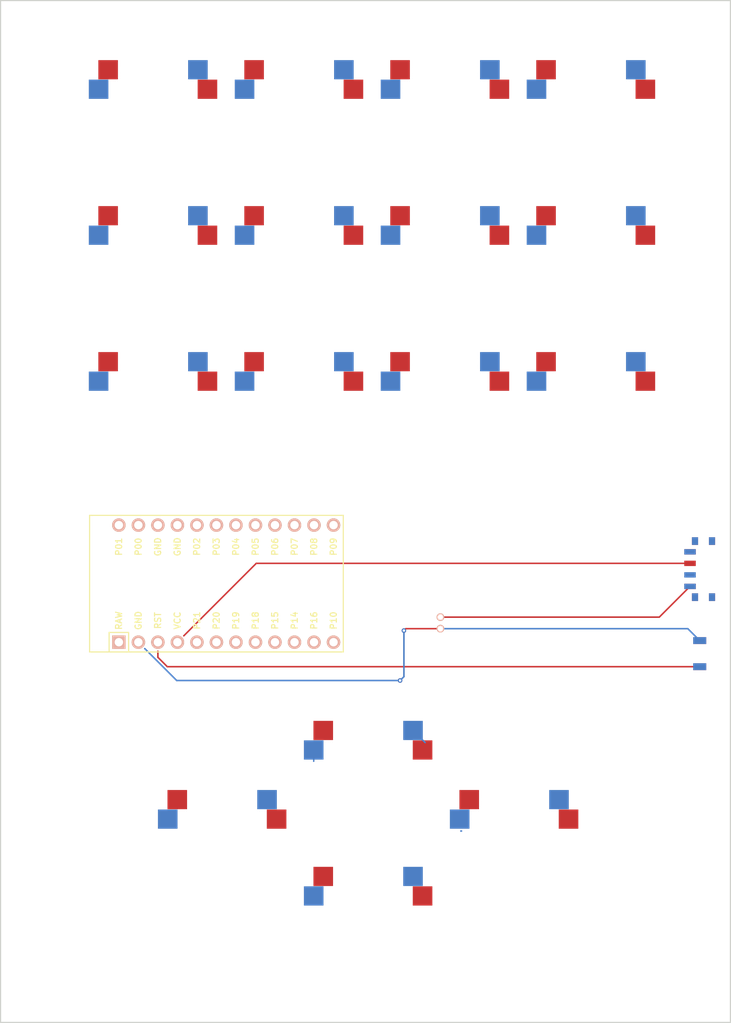
<source format=kicad_pcb>
(kicad_pcb (version 20241229) (generator "pcbnew") (generator_version "9.0")
  (title_block (title "navigatorPCB") (rev "v1.0.0") (company "Unknown"))
  (layers (0 "F.Cu" signal) (2 "B.Cu" signal) (13 "F.Paste" user) (15 "B.Paste" user) (5 "F.SilkS" user "F.Silkscreen") (7 "B.SilkS" user "B.Silkscreen") (1 "F.Mask" user) (3 "B.Mask" user) (25 "Edge.Cuts" user))
  (net 0 "")
  (net 1 "GND")
  (net 2 "macropad_pinky_bottom")
  (net 3 "macropad_pinky_middle")
  (net 4 "macropad_pinky_top")
  (net 5 "macropad_ring_bottom")
  (net 6 "macropad_ring_middle")
  (net 7 "macropad_ring_top")
  (net 8 "macropad_middle_bottom")
  (net 9 "macropad_middle_middle")
  (net 10 "macropad_middle_top")
  (net 11 "macropad_index_bottom")
  (net 12 "macropad_index_middle")
  (net 13 "macropad_index_top")
  (net 14 "navigator_left_down")
  (net 15 "navigator_updown_down")
  (net 16 "navigator_updown_up")
  (net 17 "navigator_right_down")
  (net 18 "RAW")
  (net 19 "RST")
  (net 20 "VCC")
  (net 21 "P0")
  (net 22 "navigator_left_up")
  (net 23 "P9")
  (footprint "lib:bat" (layer "F.Cu") (at 73.25 95.5)
    (property "Reference" "" (at 0 0 0) (layer "F.SilkS") (effects (font (size 1.27 1.27))))
    (property "Value" "")
    (pad "1" thru_hole circle (at 0 -0.75 270) (size 1 1) (drill 0.7) (layers "*.Cu" "*.SilkS" "*.Mask"))
    (pad "2" thru_hole circle (at 0 0.75 270) (size 1 1) (drill 0.7) (layers "*.Cu" "*.SilkS" "*.Mask"))
  )
  (footprint "MX" (layer "F.Cu") (at 82.842 123.58)
    (property "Reference" "S16" (hide yes))
    (property "Value" "" (hide yes))
    (pad "" np_thru_hole circle (at -5.08 0) (size 1.7018 1.7018) (drill 1.7018) (layers "*.Cu" "*.Mask"))
    (pad "" np_thru_hole circle (at -3.81 -2.54) (size 3 3) (drill 3) (layers "*.Cu" "*.Mask"))
    (pad "" np_thru_hole circle (at -2.54 -5.08) (size 3 3) (drill 3) (layers "*.Cu" "*.Mask"))
    (pad "" np_thru_hole circle (at 0 0) (size 3.9878 3.9878) (drill 3.9878) (layers "*.Cu" "*.Mask"))
    (pad "" np_thru_hole circle (at 2.54 -5.08) (size 3 3) (drill 3) (layers "*.Cu" "*.Mask"))
    (pad "" np_thru_hole circle (at 3.81 -2.54) (size 3 3) (drill 3) (layers "*.Cu" "*.Mask"))
    (pad "" np_thru_hole circle (at 5.08 0) (size 1.7018 1.7018) (drill 1.7018) (layers "*.Cu" "*.Mask"))
    (pad "1" smd rect (at -7.085 -2.54) (size 2.55 2.5) (layers "B.Cu" "B.Mask" "B.Paste") (net 1 "GND"))
    (pad "1" smd rect (at 7.085 -2.54) (size 2.55 2.5) (layers "F.Cu" "F.Mask" "F.Paste") (net 1 "GND"))
    (pad "2" smd rect (at -5.842 -5.08) (size 2.55 2.5) (layers "F.Cu" "F.Mask" "F.Paste") (net 17 "navigator_right_down"))
    (pad "2" smd rect (at 5.842 -5.08) (size 2.55 2.5) (layers "B.Cu" "B.Mask" "B.Paste") (net 17 "navigator_right_down"))
  )
  (footprint "MX" (layer "F.Cu") (at 54.842 28.58)
    (property "Reference" "S6" (hide yes))
    (property "Value" "" (hide yes))
    (pad "" np_thru_hole circle (at -5.08 0) (size 1.7018 1.7018) (drill 1.7018) (layers "*.Cu" "*.Mask"))
    (pad "" np_thru_hole circle (at -3.81 -2.54) (size 3 3) (drill 3) (layers "*.Cu" "*.Mask"))
    (pad "" np_thru_hole circle (at -2.54 -5.08) (size 3 3) (drill 3) (layers "*.Cu" "*.Mask"))
    (pad "" np_thru_hole circle (at 0 0) (size 3.9878 3.9878) (drill 3.9878) (layers "*.Cu" "*.Mask"))
    (pad "" np_thru_hole circle (at 2.54 -5.08) (size 3 3) (drill 3) (layers "*.Cu" "*.Mask"))
    (pad "" np_thru_hole circle (at 3.81 -2.54) (size 3 3) (drill 3) (layers "*.Cu" "*.Mask"))
    (pad "" np_thru_hole circle (at 5.08 0) (size 1.7018 1.7018) (drill 1.7018) (layers "*.Cu" "*.Mask"))
    (pad "1" smd rect (at -7.085 -2.54) (size 2.55 2.5) (layers "B.Cu" "B.Mask" "B.Paste") (net 1 "GND"))
    (pad "1" smd rect (at 7.085 -2.54) (size 2.55 2.5) (layers "F.Cu" "F.Mask" "F.Paste") (net 1 "GND"))
    (pad "2" smd rect (at -5.842 -5.08) (size 2.55 2.5) (layers "F.Cu" "F.Mask" "F.Paste") (net 7 "macropad_ring_top"))
    (pad "2" smd rect (at 5.842 -5.08) (size 2.55 2.5) (layers "B.Cu" "B.Mask" "B.Paste") (net 7 "macropad_ring_top"))
  )
  (footprint "MX" (layer "F.Cu") (at 35.842 66.58)
    (property "Reference" "S1" (hide yes))
    (property "Value" "" (hide yes))
    (pad "" np_thru_hole circle (at -5.08 0) (size 1.7018 1.7018) (drill 1.7018) (layers "*.Cu" "*.Mask"))
    (pad "" np_thru_hole circle (at -3.81 -2.54) (size 3 3) (drill 3) (layers "*.Cu" "*.Mask"))
    (pad "" np_thru_hole circle (at -2.54 -5.08) (size 3 3) (drill 3) (layers "*.Cu" "*.Mask"))
    (pad "" np_thru_hole circle (at 0 0) (size 3.9878 3.9878) (drill 3.9878) (layers "*.Cu" "*.Mask"))
    (pad "" np_thru_hole circle (at 2.54 -5.08) (size 3 3) (drill 3) (layers "*.Cu" "*.Mask"))
    (pad "" np_thru_hole circle (at 3.81 -2.54) (size 3 3) (drill 3) (layers "*.Cu" "*.Mask"))
    (pad "" np_thru_hole circle (at 5.08 0) (size 1.7018 1.7018) (drill 1.7018) (layers "*.Cu" "*.Mask"))
    (pad "1" smd rect (at -7.085 -2.54) (size 2.55 2.5) (layers "B.Cu" "B.Mask" "B.Paste") (net 1 "GND"))
    (pad "1" smd rect (at 7.085 -2.54) (size 2.55 2.5) (layers "F.Cu" "F.Mask" "F.Paste") (net 1 "GND"))
    (pad "2" smd rect (at -5.842 -5.08) (size 2.55 2.5) (layers "F.Cu" "F.Mask" "F.Paste") (net 2 "macropad_pinky_bottom"))
    (pad "2" smd rect (at 5.842 -5.08) (size 2.55 2.5) (layers "B.Cu" "B.Mask" "B.Paste") (net 2 "macropad_pinky_bottom"))
  )
  (footprint "MX" (layer "F.Cu") (at 35.842 47.58)
    (property "Reference" "S2" (hide yes))
    (property "Value" "" (hide yes))
    (pad "" np_thru_hole circle (at -5.08 0) (size 1.7018 1.7018) (drill 1.7018) (layers "*.Cu" "*.Mask"))
    (pad "" np_thru_hole circle (at -3.81 -2.54) (size 3 3) (drill 3) (layers "*.Cu" "*.Mask"))
    (pad "" np_thru_hole circle (at -2.54 -5.08) (size 3 3) (drill 3) (layers "*.Cu" "*.Mask"))
    (pad "" np_thru_hole circle (at 0 0) (size 3.9878 3.9878) (drill 3.9878) (layers "*.Cu" "*.Mask"))
    (pad "" np_thru_hole circle (at 2.54 -5.08) (size 3 3) (drill 3) (layers "*.Cu" "*.Mask"))
    (pad "" np_thru_hole circle (at 3.81 -2.54) (size 3 3) (drill 3) (layers "*.Cu" "*.Mask"))
    (pad "" np_thru_hole circle (at 5.08 0) (size 1.7018 1.7018) (drill 1.7018) (layers "*.Cu" "*.Mask"))
    (pad "1" smd rect (at -7.085 -2.54) (size 2.55 2.5) (layers "B.Cu" "B.Mask" "B.Paste") (net 1 "GND"))
    (pad "1" smd rect (at 7.085 -2.54) (size 2.55 2.5) (layers "F.Cu" "F.Mask" "F.Paste") (net 1 "GND"))
    (pad "2" smd rect (at -5.842 -5.08) (size 2.55 2.5) (layers "F.Cu" "F.Mask" "F.Paste") (net 3 "macropad_pinky_middle"))
    (pad "2" smd rect (at 5.842 -5.08) (size 2.55 2.5) (layers "B.Cu" "B.Mask" "B.Paste") (net 3 "macropad_pinky_middle"))
  )
  (footprint "VIA-0.6mm" (layer "F.Cu") (at 68.5 96.5 110)
    (property "Reference" "REF**" (hide yes))
    (property "Value" "VIA-0.6mm" (hide yes))
    (pad "1" thru_hole circle (at 0 0) (size 0.6 0.6) (drill 0.3) (layers "*.Cu"))
  )
  (footprint "MX" (layer "F.Cu") (at 54.842 66.58)
    (property "Reference" "S4" (hide yes))
    (property "Value" "" (hide yes))
    (pad "" np_thru_hole circle (at -5.08 0) (size 1.7018 1.7018) (drill 1.7018) (layers "*.Cu" "*.Mask"))
    (pad "" np_thru_hole circle (at -3.81 -2.54) (size 3 3) (drill 3) (layers "*.Cu" "*.Mask"))
    (pad "" np_thru_hole circle (at -2.54 -5.08) (size 3 3) (drill 3) (layers "*.Cu" "*.Mask"))
    (pad "" np_thru_hole circle (at 0 0) (size 3.9878 3.9878) (drill 3.9878) (layers "*.Cu" "*.Mask"))
    (pad "" np_thru_hole circle (at 2.54 -5.08) (size 3 3) (drill 3) (layers "*.Cu" "*.Mask"))
    (pad "" np_thru_hole circle (at 3.81 -2.54) (size 3 3) (drill 3) (layers "*.Cu" "*.Mask"))
    (pad "" np_thru_hole circle (at 5.08 0) (size 1.7018 1.7018) (drill 1.7018) (layers "*.Cu" "*.Mask"))
    (pad "1" smd rect (at -7.085 -2.54) (size 2.55 2.5) (layers "B.Cu" "B.Mask" "B.Paste") (net 1 "GND"))
    (pad "1" smd rect (at 7.085 -2.54) (size 2.55 2.5) (layers "F.Cu" "F.Mask" "F.Paste") (net 1 "GND"))
    (pad "2" smd rect (at -5.842 -5.08) (size 2.55 2.5) (layers "F.Cu" "F.Mask" "F.Paste") (net 5 "macropad_ring_bottom"))
    (pad "2" smd rect (at 5.842 -5.08) (size 2.55 2.5) (layers "B.Cu" "B.Mask" "B.Paste") (net 5 "macropad_ring_bottom"))
  )
  (footprint "MX" (layer "F.Cu") (at 92.842 66.58)
    (property "Reference" "S10" (hide yes))
    (property "Value" "" (hide yes))
    (pad "" np_thru_hole circle (at -5.08 0) (size 1.7018 1.7018) (drill 1.7018) (layers "*.Cu" "*.Mask"))
    (pad "" np_thru_hole circle (at -3.81 -2.54) (size 3 3) (drill 3) (layers "*.Cu" "*.Mask"))
    (pad "" np_thru_hole circle (at -2.54 -5.08) (size 3 3) (drill 3) (layers "*.Cu" "*.Mask"))
    (pad "" np_thru_hole circle (at 0 0) (size 3.9878 3.9878) (drill 3.9878) (layers "*.Cu" "*.Mask"))
    (pad "" np_thru_hole circle (at 2.54 -5.08) (size 3 3) (drill 3) (layers "*.Cu" "*.Mask"))
    (pad "" np_thru_hole circle (at 3.81 -2.54) (size 3 3) (drill 3) (layers "*.Cu" "*.Mask"))
    (pad "" np_thru_hole circle (at 5.08 0) (size 1.7018 1.7018) (drill 1.7018) (layers "*.Cu" "*.Mask"))
    (pad "1" smd rect (at -7.085 -2.54) (size 2.55 2.5) (layers "B.Cu" "B.Mask" "B.Paste") (net 1 "GND"))
    (pad "1" smd rect (at 7.085 -2.54) (size 2.55 2.5) (layers "F.Cu" "F.Mask" "F.Paste") (net 1 "GND"))
    (pad "2" smd rect (at -5.842 -5.08) (size 2.55 2.5) (layers "F.Cu" "F.Mask" "F.Paste") (net 11 "macropad_index_bottom"))
    (pad "2" smd rect (at 5.842 -5.08) (size 2.55 2.5) (layers "B.Cu" "B.Mask" "B.Paste") (net 11 "macropad_index_bottom"))
  )
  (footprint "MX" (layer "F.Cu") (at 44.842 123.58)
    (property "Reference" "S13" (hide yes))
    (property "Value" "" (hide yes))
    (pad "" np_thru_hole circle (at -5.08 0) (size 1.7018 1.7018) (drill 1.7018) (layers "*.Cu" "*.Mask"))
    (pad "" np_thru_hole circle (at -3.81 -2.54) (size 3 3) (drill 3) (layers "*.Cu" "*.Mask"))
    (pad "" np_thru_hole circle (at -2.54 -5.08) (size 3 3) (drill 3) (layers "*.Cu" "*.Mask"))
    (pad "" np_thru_hole circle (at 0 0) (size 3.9878 3.9878) (drill 3.9878) (layers "*.Cu" "*.Mask"))
    (pad "" np_thru_hole circle (at 2.54 -5.08) (size 3 3) (drill 3) (layers "*.Cu" "*.Mask"))
    (pad "" np_thru_hole circle (at 3.81 -2.54) (size 3 3) (drill 3) (layers "*.Cu" "*.Mask"))
    (pad "" np_thru_hole circle (at 5.08 0) (size 1.7018 1.7018) (drill 1.7018) (layers "*.Cu" "*.Mask"))
    (pad "1" smd rect (at -7.085 -2.54) (size 2.55 2.5) (layers "B.Cu" "B.Mask" "B.Paste") (net 1 "GND"))
    (pad "1" smd rect (at 7.085 -2.54) (size 2.55 2.5) (layers "F.Cu" "F.Mask" "F.Paste") (net 1 "GND"))
    (pad "2" smd rect (at -5.842 -5.08) (size 2.55 2.5) (layers "F.Cu" "F.Mask" "F.Paste") (net 14 "navigator_left_down"))
    (pad "2" smd rect (at 5.842 -5.08) (size 2.55 2.5) (layers "B.Cu" "B.Mask" "B.Paste") (net 14 "navigator_left_down"))
  )
  (footprint "MX" (layer "F.Cu") (at 92.842 47.58)
    (property "Reference" "S11" (hide yes))
    (property "Value" "" (hide yes))
    (pad "" np_thru_hole circle (at -5.08 0) (size 1.7018 1.7018) (drill 1.7018) (layers "*.Cu" "*.Mask"))
    (pad "" np_thru_hole circle (at -3.81 -2.54) (size 3 3) (drill 3) (layers "*.Cu" "*.Mask"))
    (pad "" np_thru_hole circle (at -2.54 -5.08) (size 3 3) (drill 3) (layers "*.Cu" "*.Mask"))
    (pad "" np_thru_hole circle (at 0 0) (size 3.9878 3.9878) (drill 3.9878) (layers "*.Cu" "*.Mask"))
    (pad "" np_thru_hole circle (at 2.54 -5.08) (size 3 3) (drill 3) (layers "*.Cu" "*.Mask"))
    (pad "" np_thru_hole circle (at 3.81 -2.54) (size 3 3) (drill 3) (layers "*.Cu" "*.Mask"))
    (pad "" np_thru_hole circle (at 5.08 0) (size 1.7018 1.7018) (drill 1.7018) (layers "*.Cu" "*.Mask"))
    (pad "1" smd rect (at -7.085 -2.54) (size 2.55 2.5) (layers "B.Cu" "B.Mask" "B.Paste") (net 1 "GND"))
    (pad "1" smd rect (at 7.085 -2.54) (size 2.55 2.5) (layers "F.Cu" "F.Mask" "F.Paste") (net 1 "GND"))
    (pad "2" smd rect (at -5.842 -5.08) (size 2.55 2.5) (layers "F.Cu" "F.Mask" "F.Paste") (net 12 "macropad_index_middle"))
    (pad "2" smd rect (at 5.842 -5.08) (size 2.55 2.5) (layers "B.Cu" "B.Mask" "B.Paste") (net 12 "macropad_index_middle"))
  )
  (footprint "MX" (layer "F.Cu") (at 73.842 47.58)
    (property "Reference" "S8" (hide yes))
    (property "Value" "" (hide yes))
    (pad "" np_thru_hole circle (at -5.08 0) (size 1.7018 1.7018) (drill 1.7018) (layers "*.Cu" "*.Mask"))
    (pad "" np_thru_hole circle (at -3.81 -2.54) (size 3 3) (drill 3) (layers "*.Cu" "*.Mask"))
    (pad "" np_thru_hole circle (at -2.54 -5.08) (size 3 3) (drill 3) (layers "*.Cu" "*.Mask"))
    (pad "" np_thru_hole circle (at 0 0) (size 3.9878 3.9878) (drill 3.9878) (layers "*.Cu" "*.Mask"))
    (pad "" np_thru_hole circle (at 2.54 -5.08) (size 3 3) (drill 3) (layers "*.Cu" "*.Mask"))
    (pad "" np_thru_hole circle (at 3.81 -2.54) (size 3 3) (drill 3) (layers "*.Cu" "*.Mask"))
    (pad "" np_thru_hole circle (at 5.08 0) (size 1.7018 1.7018) (drill 1.7018) (layers "*.Cu" "*.Mask"))
    (pad "1" smd rect (at -7.085 -2.54) (size 2.55 2.5) (layers "B.Cu" "B.Mask" "B.Paste") (net 1 "GND"))
    (pad "1" smd rect (at 7.085 -2.54) (size 2.55 2.5) (layers "F.Cu" "F.Mask" "F.Paste") (net 1 "GND"))
    (pad "2" smd rect (at -5.842 -5.08) (size 2.55 2.5) (layers "F.Cu" "F.Mask" "F.Paste") (net 9 "macropad_middle_middle"))
    (pad "2" smd rect (at 5.842 -5.08) (size 2.55 2.5) (layers "B.Cu" "B.Mask" "B.Paste") (net 9 "macropad_middle_middle"))
  )
  (footprint "MX" (layer "F.Cu") (at 73.842 28.58)
    (property "Reference" "S9" (hide yes))
    (property "Value" "" (hide yes))
    (pad "" np_thru_hole circle (at -5.08 0) (size 1.7018 1.7018) (drill 1.7018) (layers "*.Cu" "*.Mask"))
    (pad "" np_thru_hole circle (at -3.81 -2.54) (size 3 3) (drill 3) (layers "*.Cu" "*.Mask"))
    (pad "" np_thru_hole circle (at -2.54 -5.08) (size 3 3) (drill 3) (layers "*.Cu" "*.Mask"))
    (pad "" np_thru_hole circle (at 0 0) (size 3.9878 3.9878) (drill 3.9878) (layers "*.Cu" "*.Mask"))
    (pad "" np_thru_hole circle (at 2.54 -5.08) (size 3 3) (drill 3) (layers "*.Cu" "*.Mask"))
    (pad "" np_thru_hole circle (at 3.81 -2.54) (size 3 3) (drill 3) (layers "*.Cu" "*.Mask"))
    (pad "" np_thru_hole circle (at 5.08 0) (size 1.7018 1.7018) (drill 1.7018) (layers "*.Cu" "*.Mask"))
    (pad "1" smd rect (at -7.085 -2.54) (size 2.55 2.5) (layers "B.Cu" "B.Mask" "B.Paste") (net 1 "GND"))
    (pad "1" smd rect (at 7.085 -2.54) (size 2.55 2.5) (layers "F.Cu" "F.Mask" "F.Paste") (net 1 "GND"))
    (pad "2" smd rect (at -5.842 -5.08) (size 2.55 2.5) (layers "F.Cu" "F.Mask" "F.Paste") (net 10 "macropad_middle_top"))
    (pad "2" smd rect (at 5.842 -5.08) (size 2.55 2.5) (layers "B.Cu" "B.Mask" "B.Paste") (net 10 "macropad_middle_top"))
  )
  (footprint "MX" (layer "F.Cu") (at 54.842 47.58)
    (property "Reference" "S5" (hide yes))
    (property "Value" "" (hide yes))
    (pad "" np_thru_hole circle (at -5.08 0) (size 1.7018 1.7018) (drill 1.7018) (layers "*.Cu" "*.Mask"))
    (pad "" np_thru_hole circle (at -3.81 -2.54) (size 3 3) (drill 3) (layers "*.Cu" "*.Mask"))
    (pad "" np_thru_hole circle (at -2.54 -5.08) (size 3 3) (drill 3) (layers "*.Cu" "*.Mask"))
    (pad "" np_thru_hole circle (at 0 0) (size 3.9878 3.9878) (drill 3.9878) (layers "*.Cu" "*.Mask"))
    (pad "" np_thru_hole circle (at 2.54 -5.08) (size 3 3) (drill 3) (layers "*.Cu" "*.Mask"))
    (pad "" np_thru_hole circle (at 3.81 -2.54) (size 3 3) (drill 3) (layers "*.Cu" "*.Mask"))
    (pad "" np_thru_hole circle (at 5.08 0) (size 1.7018 1.7018) (drill 1.7018) (layers "*.Cu" "*.Mask"))
    (pad "1" smd rect (at -7.085 -2.54) (size 2.55 2.5) (layers "B.Cu" "B.Mask" "B.Paste") (net 1 "GND"))
    (pad "1" smd rect (at 7.085 -2.54) (size 2.55 2.5) (layers "F.Cu" "F.Mask" "F.Paste") (net 1 "GND"))
    (pad "2" smd rect (at -5.842 -5.08) (size 2.55 2.5) (layers "F.Cu" "F.Mask" "F.Paste") (net 6 "macropad_ring_middle"))
    (pad "2" smd rect (at 5.842 -5.08) (size 2.55 2.5) (layers "B.Cu" "B.Mask" "B.Paste") (net 6 "macropad_ring_middle"))
  )
  (footprint "Button_Switch_SMD:SW_SPDT_PCM12" (layer "F.Cu") (at 107.17 88.5 90)
    (property "Reference" "" (at 0 0 90) (layer "F.SilkS") (effects (font (size 1.27 1.27))))
    (property "Value" "")
    (pad "" smd rect (at -3.65 -0.78 90) (size 1 0.8) (layers "F.Cu" "F.Mask" "F.Paste"))
    (pad "" smd rect (at -3.65 -0.78 90) (size 1 0.8) (layers "B.Cu" "B.Mask" "B.Paste"))
    (pad "" smd rect (at -3.65 1.43 90) (size 1 0.8) (layers "F.Cu" "F.Mask" "F.Paste"))
    (pad "" smd rect (at -3.65 1.43 90) (size 1 0.8) (layers "B.Cu" "B.Mask" "B.Paste"))
    (pad "" np_thru_hole circle (at -1.5 0.33 90) (size 0.9 0.9) (drill 0.9) (layers "*.Cu" "*.Mask"))
    (pad "" np_thru_hole circle (at -1.5 0.33 90) (size 0.9 0.9) (drill 0.9) (layers "*.Cu" "*.Mask"))
    (pad "" np_thru_hole circle (at 1.5 0.33 90) (size 0.9 0.9) (drill 0.9) (layers "*.Cu" "*.Mask"))
    (pad "" np_thru_hole circle (at 1.5 0.33 90) (size 0.9 0.9) (drill 0.9) (layers "*.Cu" "*.Mask"))
    (pad "" smd rect (at 3.65 -0.78 90) (size 1 0.8) (layers "F.Cu" "F.Mask" "F.Paste"))
    (pad "" smd rect (at 3.65 -0.78 90) (size 1 0.8) (layers "B.Cu" "B.Mask" "B.Paste"))
    (pad "" smd rect (at 3.65 1.43 90) (size 1 0.8) (layers "F.Cu" "F.Mask" "F.Paste"))
    (pad "" smd rect (at 3.65 1.43 90) (size 1 0.8) (layers "B.Cu" "B.Mask" "B.Paste"))
    (pad "1" smd rect (at -2.25 -1.43 90) (size 0.7 1.5) (layers "F.Cu" "F.Mask" "F.Paste"))
    (pad "1" smd rect (at 2.25 -1.43 90) (size 0.7 1.5) (layers "B.Cu" "B.Mask" "B.Paste"))
    (pad "2" smd rect (at -0.75 -1.43 90) (size 0.7 1.5) (layers "B.Cu" "B.Mask" "B.Paste"))
    (pad "2" smd rect (at 0.75 -1.43 90) (size 0.7 1.5) (layers "F.Cu" "F.Mask" "F.Paste"))
    (pad "3" smd rect (at -2.25 -1.43 90) (size 0.7 1.5) (layers "B.Cu" "B.Mask" "B.Paste"))
    (pad "3" smd rect (at 2.25 -1.43 90) (size 0.7 1.5) (layers "F.Cu" "F.Mask" "F.Paste"))
  )
  (footprint "MX" (layer "F.Cu") (at 63.842 114.58)
    (property "Reference" "S15" (hide yes))
    (property "Value" "" (hide yes))
    (pad "" np_thru_hole circle (at -5.08 0) (size 1.7018 1.7018) (drill 1.7018) (layers "*.Cu" "*.Mask"))
    (pad "" np_thru_hole circle (at -3.81 -2.54) (size 3 3) (drill 3) (layers "*.Cu" "*.Mask"))
    (pad "" np_thru_hole circle (at -2.54 -5.08) (size 3 3) (drill 3) (layers "*.Cu" "*.Mask"))
    (pad "" np_thru_hole circle (at 0 0) (size 3.9878 3.9878) (drill 3.9878) (layers "*.Cu" "*.Mask"))
    (pad "" np_thru_hole circle (at 2.54 -5.08) (size 3 3) (drill 3) (layers "*.Cu" "*.Mask"))
    (pad "" np_thru_hole circle (at 3.81 -2.54) (size 3 3) (drill 3) (layers "*.Cu" "*.Mask"))
    (pad "" np_thru_hole circle (at 5.08 0) (size 1.7018 1.7018) (drill 1.7018) (layers "*.Cu" "*.Mask"))
    (pad "1" smd rect (at -7.085 -2.54) (size 2.55 2.5) (layers "B.Cu" "B.Mask" "B.Paste") (net 1 "GND"))
    (pad "1" smd rect (at 7.085 -2.54) (size 2.55 2.5) (layers "F.Cu" "F.Mask" "F.Paste") (net 1 "GND"))
    (pad "2" smd rect (at -5.842 -5.08) (size 2.55 2.5) (layers "F.Cu" "F.Mask" "F.Paste") (net 16 "navigator_updown_up"))
    (pad "2" smd rect (at 5.842 -5.08) (size 2.55 2.5) (layers "B.Cu" "B.Mask" "B.Paste") (net 16 "navigator_updown_up"))
  )
  (footprint "MX" (layer "F.Cu") (at 63.842 133.58)
    (property "Reference" "S14" (hide yes))
    (property "Value" "" (hide yes))
    (pad "" np_thru_hole circle (at -5.08 0) (size 1.7018 1.7018) (drill 1.7018) (layers "*.Cu" "*.Mask"))
    (pad "" np_thru_hole circle (at -3.81 -2.54) (size 3 3) (drill 3) (layers "*.Cu" "*.Mask"))
    (pad "" np_thru_hole circle (at -2.54 -5.08) (size 3 3) (drill 3) (layers "*.Cu" "*.Mask"))
    (pad "" np_thru_hole circle (at 0 0) (size 3.9878 3.9878) (drill 3.9878) (layers "*.Cu" "*.Mask"))
    (pad "" np_thru_hole circle (at 2.54 -5.08) (size 3 3) (drill 3) (layers "*.Cu" "*.Mask"))
    (pad "" np_thru_hole circle (at 3.81 -2.54) (size 3 3) (drill 3) (layers "*.Cu" "*.Mask"))
    (pad "" np_thru_hole circle (at 5.08 0) (size 1.7018 1.7018) (drill 1.7018) (layers "*.Cu" "*.Mask"))
    (pad "1" smd rect (at -7.085 -2.54) (size 2.55 2.5) (layers "B.Cu" "B.Mask" "B.Paste") (net 1 "GND"))
    (pad "1" smd rect (at 7.085 -2.54) (size 2.55 2.5) (layers "F.Cu" "F.Mask" "F.Paste") (net 1 "GND"))
    (pad "2" smd rect (at -5.842 -5.08) (size 2.55 2.5) (layers "F.Cu" "F.Mask" "F.Paste") (net 15 "navigator_updown_down"))
    (pad "2" smd rect (at 5.842 -5.08) (size 2.55 2.5) (layers "B.Cu" "B.Mask" "B.Paste") (net 15 "navigator_updown_down"))
  )
  (footprint "MX" (layer "F.Cu") (at 73.842 66.58)
    (property "Reference" "S7" (hide yes))
    (property "Value" "" (hide yes))
    (pad "" np_thru_hole circle (at -5.08 0) (size 1.7018 1.7018) (drill 1.7018) (layers "*.Cu" "*.Mask"))
    (pad "" np_thru_hole circle (at -3.81 -2.54) (size 3 3) (drill 3) (layers "*.Cu" "*.Mask"))
    (pad "" np_thru_hole circle (at -2.54 -5.08) (size 3 3) (drill 3) (layers "*.Cu" "*.Mask"))
    (pad "" np_thru_hole circle (at 0 0) (size 3.9878 3.9878) (drill 3.9878) (layers "*.Cu" "*.Mask"))
    (pad "" np_thru_hole circle (at 2.54 -5.08) (size 3 3) (drill 3) (layers "*.Cu" "*.Mask"))
    (pad "" np_thru_hole circle (at 3.81 -2.54) (size 3 3) (drill 3) (layers "*.Cu" "*.Mask"))
    (pad "" np_thru_hole circle (at 5.08 0) (size 1.7018 1.7018) (drill 1.7018) (layers "*.Cu" "*.Mask"))
    (pad "1" smd rect (at -7.085 -2.54) (size 2.55 2.5) (layers "B.Cu" "B.Mask" "B.Paste") (net 1 "GND"))
    (pad "1" smd rect (at 7.085 -2.54) (size 2.55 2.5) (layers "F.Cu" "F.Mask" "F.Paste") (net 1 "GND"))
    (pad "2" smd rect (at -5.842 -5.08) (size 2.55 2.5) (layers "F.Cu" "F.Mask" "F.Paste") (net 8 "macropad_middle_bottom"))
    (pad "2" smd rect (at 5.842 -5.08) (size 2.55 2.5) (layers "B.Cu" "B.Mask" "B.Paste") (net 8 "macropad_middle_bottom"))
  )
  (footprint "Button_Switch_SMD:SW_SPST_B3U-1000P" (layer "F.Cu") (at 107 99.5 90)
    (property "Reference" "" (at 0 0 90) (layer "F.SilkS") (effects (font (size 1.27 1.27))))
    (property "Value" "")
    (pad "1" smd rect (at -1.7 0 90) (size 0.9 1.7) (layers "B.Cu" "B.Mask" "B.Paste"))
    (pad "1" smd rect (at 1.7 0 90) (size 0.9 1.7) (layers "F.Cu" "F.Mask" "F.Paste"))
    (pad "2" smd rect (at -1.7 0 90) (size 0.9 1.7) (layers "F.Cu" "F.Mask" "F.Paste"))
    (pad "2" smd rect (at 1.7 0 90) (size 0.9 1.7) (layers "B.Cu" "B.Mask" "B.Paste"))
  )
  (footprint "ProMicro" (layer "F.Cu") (at 45.367 90.3925)
    (property "Reference" "MCU1" (hide yes))
    (property "Value" "" (hide yes))
    (fp_line (start -17.78 -8.89) (end -17.78 8.89) (stroke (width 0.15)) (layer "F.SilkS"))
    (fp_line (start -17.78 8.89) (end 15.24 8.89) (stroke (width 0.15)) (layer "F.SilkS"))
    (fp_line (start -15.24 6.35) (end -15.24 8.89) (stroke (width 0.15)) (layer "F.SilkS"))
    (fp_line (start -15.24 6.35) (end -12.7 6.35) (stroke (width 0.15)) (layer "F.SilkS"))
    (fp_line (start -12.7 6.35) (end -12.7 8.89) (stroke (width 0.15)) (layer "F.SilkS"))
    (fp_line (start 15.24 -8.89) (end -17.78 -8.89) (stroke (width 0.15)) (layer "F.SilkS"))
    (fp_line (start 15.24 8.89) (end 15.24 -8.89) (stroke (width 0.15)) (layer "F.SilkS"))
    (fp_text user "RAW" (at -13.97 4.8 90) (layer "F.SilkS") (effects (font (size 0.8 0.8))))
    (fp_text user "RST" (at -8.89 4.8 90) (layer "F.SilkS") (effects (font (size 0.8 0.8))))
    (fp_text user "P05" (at 3.81 -4.8 90) (layer "F.SilkS") (effects (font (size 0.8 0.8))))
    (fp_text user "P09" (at 13.97 -4.8 90) (layer "F.SilkS") (effects (font (size 0.8 0.8))))
    (fp_text user "P07" (at 8.89 -4.8 90) (layer "F.SilkS") (effects (font (size 0.8 0.8))))
    (fp_text user "VCC" (at -6.35 4.8 90) (layer "F.SilkS") (effects (font (size 0.8 0.8))))
    (fp_text user "P04" (at 1.27 -4.8 90) (layer "F.SilkS") (effects (font (size 0.8 0.8))))
    (fp_text user "P06" (at 6.35 -4.8 90) (layer "F.SilkS") (effects (font (size 0.8 0.8))))
    (fp_text user "P14" (at 8.89 4.8 90) (layer "F.SilkS") (effects (font (size 0.8 0.8))))
    (fp_text user "P21" (at -3.81 4.8 90) (layer "F.SilkS") (effects (font (size 0.8 0.8))))
    (fp_text user "P15" (at 6.35 4.8 90) (layer "F.SilkS") (effects (font (size 0.8 0.8))))
    (fp_text user "GND" (at -8.89 -4.8 90) (layer "F.SilkS") (effects (font (size 0.8 0.8))))
    (fp_text user "P01" (at -13.97 -4.8 90) (layer "F.SilkS") (effects (font (size 0.8 0.8))))
    (fp_text user "P20" (at -1.27 4.8 90) (layer "F.SilkS") (effects (font (size 0.8 0.8))))
    (fp_text user "P16" (at 11.43 4.8 90) (layer "F.SilkS") (effects (font (size 0.8 0.8))))
    (fp_text user "P10" (at 13.97 4.8 90) (layer "F.SilkS") (effects (font (size 0.8 0.8))))
    (fp_text user "GND" (at -11.43 4.8 90) (layer "F.SilkS") (effects (font (size 0.8 0.8))))
    (fp_text user "P00" (at -11.43 -4.8 90) (layer "F.SilkS") (effects (font (size 0.8 0.8))))
    (fp_text user "P02" (at -3.81 -4.8 90) (layer "F.SilkS") (effects (font (size 0.8 0.8))))
    (fp_text user "P18" (at 3.81 4.8 90) (layer "F.SilkS") (effects (font (size 0.8 0.8))))
    (fp_text user "P08" (at 11.43 -4.8 90) (layer "F.SilkS") (effects (font (size 0.8 0.8))))
    (fp_text user "P19" (at 1.27 4.8 90) (layer "F.SilkS") (effects (font (size 0.8 0.8))))
    (fp_text user "P03" (at -1.27 -4.8 90) (layer "F.SilkS") (effects (font (size 0.8 0.8))))
    (fp_text user "GND" (at -6.35 -4.8 90) (layer "F.SilkS") (effects (font (size 0.8 0.8))))
    (pad "1" thru_hole rect (at -13.97 7.62) (size 1.7526 1.7526) (drill 1.0922) (layers "*.Cu" "*.SilkS" "*.Mask") (net 18 "RAW"))
    (pad "2" thru_hole circle (at -11.43 7.62) (size 1.7526 1.7526) (drill 1.0922) (layers "*.Cu" "*.SilkS" "*.Mask") (net 1 "GND"))
    (pad "3" thru_hole circle (at -8.89 7.62) (size 1.7526 1.7526) (drill 1.0922) (layers "*.Cu" "*.SilkS" "*.Mask") (net 19 "RST"))
    (pad "4" thru_hole circle (at -6.35 7.62) (size 1.7526 1.7526) (drill 1.0922) (layers "*.Cu" "*.SilkS" "*.Mask") (net 20 "VCC"))
    (pad "5" thru_hole circle (at -3.81 7.62) (size 1.7526 1.7526) (drill 1.0922) (layers "*.Cu" "*.SilkS" "*.Mask") (net 3 "macropad_pinky_middle"))
    (pad "6" thru_hole circle (at -1.27 7.62) (size 1.7526 1.7526) (drill 1.0922) (layers "*.Cu" "*.SilkS" "*.Mask") (net 13 "macropad_index_top"))
    (pad "7" thru_hole circle (at 1.27 7.62) (size 1.7526 1.7526) (drill 1.0922) (layers "*.Cu" "*.SilkS" "*.Mask") (net 10 "macropad_middle_top"))
    (pad "8" thru_hole circle (at 3.81 7.62) (size 1.7526 1.7526) (drill 1.0922) (layers "*.Cu" "*.SilkS" "*.Mask") (net 7 "macropad_ring_top"))
    (pad "9" thru_hole circle (at 6.35 7.62) (size 1.7526 1.7526) (drill 1.0922) (layers "*.Cu" "*.SilkS" "*.Mask") (net 6 "macropad_ring_middle"))
    (pad "10" thru_hole circle (at 8.89 7.62) (size 1.7526 1.7526) (drill 1.0922) (layers "*.Cu" "*.SilkS" "*.Mask") (net 9 "macropad_middle_middle"))
    (pad "11" thru_hole circle (at 11.43 7.62) (size 1.7526 1.7526) (drill 1.0922) (layers "*.Cu" "*.SilkS" "*.Mask") (net 12 "macropad_index_middle"))
    (pad "12" thru_hole circle (at 13.97 7.62) (size 1.7526 1.7526) (drill 1.0922) (layers "*.Cu" "*.SilkS" "*.Mask") (net 2 "macropad_pinky_bottom"))
    (pad "13" thru_hole circle (at -13.97 -7.62) (size 1.7526 1.7526) (drill 1.0922) (layers "*.Cu" "*.SilkS" "*.Mask") (net 5 "macropad_ring_bottom"))
    (pad "14" thru_hole circle (at -11.43 -7.62) (size 1.7526 1.7526) (drill 1.0922) (layers "*.Cu" "*.SilkS" "*.Mask") (net 21 "P0"))
    (pad "15" thru_hole circle (at -8.89 -7.62) (size 1.7526 1.7526) (drill 1.0922) (layers "*.Cu" "*.SilkS" "*.Mask") (net 1 "GND"))
    (pad "16" thru_hole circle (at -6.35 -7.62) (size 1.7526 1.7526) (drill 1.0922) (layers "*.Cu" "*.SilkS" "*.Mask") (net 1 "GND"))
    (pad "17" thru_hole circle (at -3.81 -7.62) (size 1.7526 1.7526) (drill 1.0922) (layers "*.Cu" "*.SilkS" "*.Mask") (net 8 "macropad_middle_bottom"))
    (pad "18" thru_hole circle (at -1.27 -7.62) (size 1.7526 1.7526) (drill 1.0922) (layers "*.Cu" "*.SilkS" "*.Mask") (net 11 "macropad_index_bottom"))
    (pad "19" thru_hole circle (at 1.27 -7.62) (size 1.7526 1.7526) (drill 1.0922) (layers "*.Cu" "*.SilkS" "*.Mask") (net 22 "navigator_left_up"))
    (pad "20" thru_hole circle (at 3.81 -7.62) (size 1.7526 1.7526) (drill 1.0922) (layers "*.Cu" "*.SilkS" "*.Mask") (net 16 "navigator_updown_up"))
    (pad "21" thru_hole circle (at 6.35 -7.62) (size 1.7526 1.7526) (drill 1.0922) (layers "*.Cu" "*.SilkS" "*.Mask") (net 15 "navigator_updown_down"))
    (pad "22" thru_hole circle (at 8.89 -7.62) (size 1.7526 1.7526) (drill 1.0922) (layers "*.Cu" "*.SilkS" "*.Mask") (net 4 "macropad_pinky_top"))
    (pad "23" thru_hole circle (at 11.43 -7.62) (size 1.7526 1.7526) (drill 1.0922) (layers "*.Cu" "*.SilkS" "*.Mask") (net 17 "navigator_right_down"))
    (pad "24" thru_hole circle (at 13.97 -7.62) (size 1.7526 1.7526) (drill 1.0922) (layers "*.Cu" "*.SilkS" "*.Mask") (net 23 "P9"))
  )
  (footprint "MX" (layer "F.Cu") (at 35.842 28.58)
    (property "Reference" "S3" (hide yes))
    (property "Value" "" (hide yes))
    (pad "" np_thru_hole circle (at -5.08 0) (size 1.7018 1.7018) (drill 1.7018) (layers "*.Cu" "*.Mask"))
    (pad "" np_thru_hole circle (at -3.81 -2.54) (size 3 3) (drill 3) (layers "*.Cu" "*.Mask"))
    (pad "" np_thru_hole circle (at -2.54 -5.08) (size 3 3) (drill 3) (layers "*.Cu" "*.Mask"))
    (pad "" np_thru_hole circle (at 0 0) (size 3.9878 3.9878) (drill 3.9878) (layers "*.Cu" "*.Mask"))
    (pad "" np_thru_hole circle (at 2.54 -5.08) (size 3 3) (drill 3) (layers "*.Cu" "*.Mask"))
    (pad "" np_thru_hole circle (at 3.81 -2.54) (size 3 3) (drill 3) (layers "*.Cu" "*.Mask"))
    (pad "" np_thru_hole circle (at 5.08 0) (size 1.7018 1.7018) (drill 1.7018) (layers "*.Cu" "*.Mask"))
    (pad "1" smd rect (at -7.085 -2.54) (size 2.55 2.5) (layers "B.Cu" "B.Mask" "B.Paste") (net 1 "GND"))
    (pad "1" smd rect (at 7.085 -2.54) (size 2.55 2.5) (layers "F.Cu" "F.Mask" "F.Paste") (net 1 "GND"))
    (pad "2" smd rect (at -5.842 -5.08) (size 2.55 2.5) (layers "F.Cu" "F.Mask" "F.Paste") (net 4 "macropad_pinky_top"))
    (pad "2" smd rect (at 5.842 -5.08) (size 2.55 2.5) (layers "B.Cu" "B.Mask" "B.Paste") (net 4 "macropad_pinky_top"))
  )
  (footprint "MX" (layer "F.Cu") (at 92.842 28.58)
    (property "Reference" "S12" (hide yes))
    (property "Value" "" (hide yes))
    (pad "" np_thru_hole circle (at -5.08 0) (size 1.7018 1.7018) (drill 1.7018) (layers "*.Cu" "*.Mask"))
    (pad "" np_thru_hole circle (at -3.81 -2.54) (size 3 3) (drill 3) (layers "*.Cu" "*.Mask"))
    (pad "" np_thru_hole circle (at -2.54 -5.08) (size 3 3) (drill 3) (layers "*.Cu" "*.Mask"))
    (pad "" np_thru_hole circle (at 0 0) (size 3.9878 3.9878) (drill 3.9878) (layers "*.Cu" "*.Mask"))
    (pad "" np_thru_hole circle (at 2.54 -5.08) (size 3 3) (drill 3) (layers "*.Cu" "*.Mask"))
    (pad "" np_thru_hole circle (at 3.81 -2.54) (size 3 3) (drill 3) (layers "*.Cu" "*.Mask"))
    (pad "" np_thru_hole circle (at 5.08 0) (size 1.7018 1.7018) (drill 1.7018) (layers "*.Cu" "*.Mask"))
    (pad "1" smd rect (at -7.085 -2.54) (size 2.55 2.5) (layers "B.Cu" "B.Mask" "B.Paste") (net 1 "GND"))
    (pad "1" smd rect (at 7.085 -2.54) (size 2.55 2.5) (layers "F.Cu" "F.Mask" "F.Paste") (net 1 "GND"))
    (pad "2" smd rect (at -5.842 -5.08) (size 2.55 2.5) (layers "F.Cu" "F.Mask" "F.Paste") (net 13 "macropad_index_top"))
    (pad "2" smd rect (at 5.842 -5.08) (size 2.55 2.5) (layers "B.Cu" "B.Mask" "B.Paste") (net 13 "macropad_index_top"))
  )
  (footprint "VIA-0.6mm" (layer "F.Cu") (at 68 103 110)
    (property "Reference" "REF**" (hide yes))
    (property "Value" "VIA-0.6mm" (hide yes))
    (pad "1" thru_hole circle (at 0 0) (size 0.6 0.6) (drill 0.3) (layers "*.Cu"))
  )
  (gr_line (start 16 14.5) (end 16 147.5) (stroke (width 0.15)) (layer "Edge.Cuts"))
  (gr_line (start 111 14.5) (end 16 14.5) (stroke (width 0.15)) (layer "Edge.Cuts"))
  (gr_line (start 16 147.5) (end 111 147.5) (stroke (width 0.15)) (layer "Edge.Cuts"))
  (gr_line (start 111 147.5) (end 111 14.5) (stroke (width 0.15)) (layer "Edge.Cuts"))
  (segment (start 68.75 96.25) (end 68.5 96.5) (width 0.2) (layer "F.Cu") (net 0))
  (segment (start 105.74 87.75) (end 49.2795 87.75) (width 0.2) (layer "F.Cu") (net 0))
  (segment (start 49.2795 87.75) (end 39.849477 97.180023) (width 0.2) (layer "F.Cu") (net 0))
  (segment (start 73.25 94.75) (end 101.74 94.75) (width 0.2) (layer "F.Cu") (net 0))
  (segment (start 107 101.2) (end 37.7 101.2) (width 0.2) (layer "F.Cu") (net 0))
  (segment (start 36.477 99.977) (end 36.477 99.1898) (width 0.2) (layer "F.Cu") (net 0))
  (segment (start 101.74 94.75) (end 105.74 90.75) (width 0.2) (layer "F.Cu") (net 0))
  (segment (start 37.7 101.2) (end 36.477 99.977) (width 0.2) (layer "F.Cu") (net 0))
  (segment (start 73.25 96.25) (end 68.75 96.25) (width 0.2) (layer "F.Cu") (net 0))
  (segment (start 68.5 96.5) (end 68.5 102.5) (width 0.2) (layer "B.Cu") (net 0))
  (segment (start 68.5 102.5) (end 68 103) (width 0.2) (layer "B.Cu") (net 0))
  (segment (start 38.9245 103) (end 34.769477 98.844977) (width 0.2) (layer "B.Cu") (net 0))
  (segment (start 105.45 96.25) (end 107 97.8) (width 0.2) (layer "B.Cu") (net 0))
  (segment (start 68 103) (end 38.9245 103) (width 0.2) (layer "B.Cu") (net 0))
  (segment (start 73.25 96.25) (end 105.45 96.25) (width 0.2) (layer "B.Cu") (net 0))
  (segment (start 56.757 113.503) (end 56.757 112.04) (width 0.2) (layer "B.Cu") (net 1))
  (segment (start 75.909 122.591) (end 76 122.591) (width 0.2) (layer "B.Cu") (net 16))
  (segment (start 69.684 109.5) (end 71.26 111.076) (width 0.2) (layer "B.Cu") (net 16))
)
</source>
